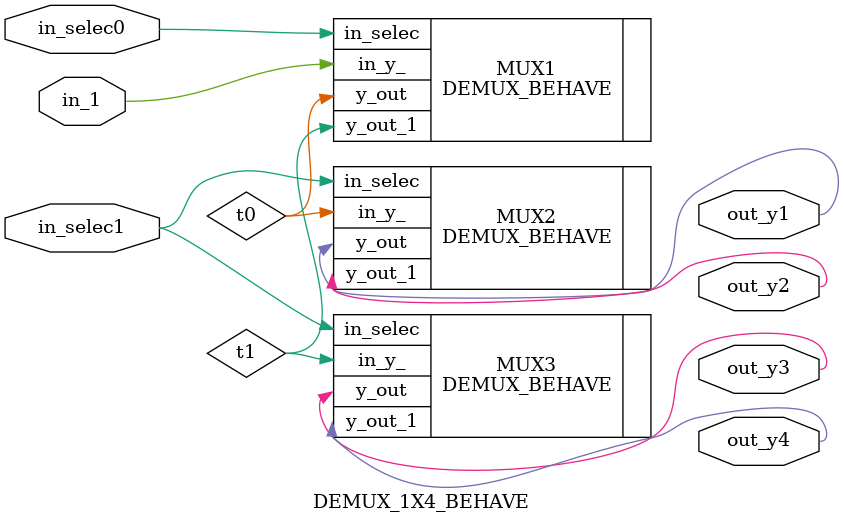
<source format=v>
module DEMUX_1X4_BEHAVE(out_y1,out_y2,out_y3,out_y4,in_1,in_selec0,in_selec1);
output out_y1,out_y2,out_y3,out_y4;
input in_1,in_selec0,in_selec1;
wire t0,t1;

DEMUX_BEHAVE MUX1(.y_out(t0),.y_out_1(t1),.in_y_(in_1),.in_selec(in_selec0));
DEMUX_BEHAVE MUX2(.y_out(out_y1),.y_out_1(out_y2),.in_y_(t0),.in_selec(in_selec1));
DEMUX_BEHAVE MUX3(.y_out(out_y3),.y_out_1(out_y4),.in_y_(t1),.in_selec(in_selec1));

endmodule 
</source>
